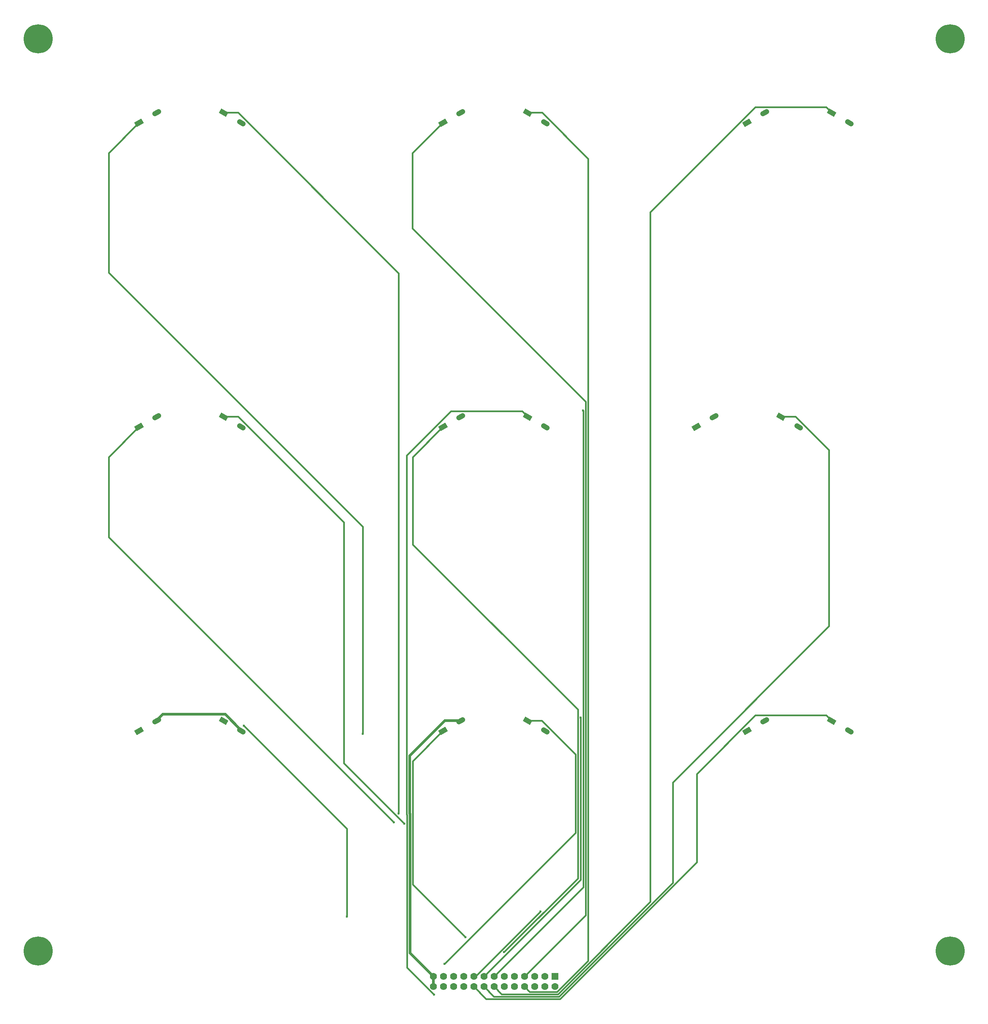
<source format=gbr>
G04 #@! TF.FileFunction,Copper,L2,Bot,Signal*
%FSLAX46Y46*%
G04 Gerber Fmt 4.6, Leading zero omitted, Abs format (unit mm)*
G04 Created by KiCad (PCBNEW 4.0.7-e2-6376~58~ubuntu16.04.1) date Mon Sep 23 14:36:03 2019*
%MOMM*%
%LPD*%
G01*
G04 APERTURE LIST*
%ADD10C,0.100000*%
%ADD11C,7.289800*%
%ADD12R,1.778000X1.778000*%
%ADD13C,1.778000*%
%ADD14C,1.270000*%
%ADD15C,0.600000*%
%ADD16C,0.381000*%
%ADD17C,0.635000*%
G04 APERTURE END LIST*
D10*
D11*
X38100000Y-38100000D03*
X266700000Y-38100000D03*
X266700000Y-266700000D03*
X38100000Y-266700000D03*
D12*
X167640000Y-273050000D03*
D13*
X167640000Y-275590000D03*
X165100000Y-273050000D03*
X165100000Y-275590000D03*
X162560000Y-273050000D03*
X162560000Y-275590000D03*
X160020000Y-273050000D03*
X160020000Y-275590000D03*
X157480000Y-273050000D03*
X157480000Y-275590000D03*
X154940000Y-273050000D03*
X154940000Y-275590000D03*
X152400000Y-273050000D03*
X152400000Y-275590000D03*
X149860000Y-273050000D03*
X149860000Y-275590000D03*
X147320000Y-273050000D03*
X147320000Y-275590000D03*
X144780000Y-273050000D03*
X144780000Y-275590000D03*
X142240000Y-273050000D03*
X142240000Y-275590000D03*
X139700000Y-273050000D03*
X139700000Y-275590000D03*
X137160000Y-273050000D03*
X137160000Y-275590000D03*
D10*
G36*
X235812913Y-208994867D02*
X236447913Y-207895015D01*
X238207677Y-208911015D01*
X237572677Y-210010867D01*
X235812913Y-208994867D01*
X235812913Y-208994867D01*
G37*
D14*
X240969764Y-211238941D02*
X241849646Y-211746941D01*
D10*
G36*
X215227913Y-212550867D02*
X214592913Y-211451015D01*
X216352677Y-210435015D01*
X216987677Y-211534867D01*
X215227913Y-212550867D01*
X215227913Y-212550867D01*
G37*
D14*
X219749764Y-209206941D02*
X220629646Y-208698941D01*
D10*
G36*
X223112913Y-132794867D02*
X223747913Y-131695015D01*
X225507677Y-132711015D01*
X224872677Y-133810867D01*
X223112913Y-132794867D01*
X223112913Y-132794867D01*
G37*
D14*
X228269764Y-135038941D02*
X229149646Y-135546941D01*
D10*
G36*
X202527913Y-136350867D02*
X201892913Y-135251015D01*
X203652677Y-134235015D01*
X204287677Y-135334867D01*
X202527913Y-136350867D01*
X202527913Y-136350867D01*
G37*
D14*
X207049764Y-133006941D02*
X207929646Y-132498941D01*
D10*
G36*
X235812913Y-56594867D02*
X236447913Y-55495015D01*
X238207677Y-56511015D01*
X237572677Y-57610867D01*
X235812913Y-56594867D01*
X235812913Y-56594867D01*
G37*
D14*
X240969764Y-58838941D02*
X241849646Y-59346941D01*
D10*
G36*
X215227913Y-60150867D02*
X214592913Y-59051015D01*
X216352677Y-58035015D01*
X216987677Y-59134867D01*
X215227913Y-60150867D01*
X215227913Y-60150867D01*
G37*
D14*
X219749764Y-56806941D02*
X220629646Y-56298941D01*
D10*
G36*
X159612913Y-208994867D02*
X160247913Y-207895015D01*
X162007677Y-208911015D01*
X161372677Y-210010867D01*
X159612913Y-208994867D01*
X159612913Y-208994867D01*
G37*
D14*
X164769764Y-211238941D02*
X165649646Y-211746941D01*
D10*
G36*
X139027913Y-212550867D02*
X138392913Y-211451015D01*
X140152677Y-210435015D01*
X140787677Y-211534867D01*
X139027913Y-212550867D01*
X139027913Y-212550867D01*
G37*
D14*
X143549764Y-209206941D02*
X144429646Y-208698941D01*
D10*
G36*
X159612913Y-132794867D02*
X160247913Y-131695015D01*
X162007677Y-132711015D01*
X161372677Y-133810867D01*
X159612913Y-132794867D01*
X159612913Y-132794867D01*
G37*
D14*
X164769764Y-135038941D02*
X165649646Y-135546941D01*
D10*
G36*
X62827913Y-60150867D02*
X62192913Y-59051015D01*
X63952677Y-58035015D01*
X64587677Y-59134867D01*
X62827913Y-60150867D01*
X62827913Y-60150867D01*
G37*
D14*
X67349764Y-56806941D02*
X68229646Y-56298941D01*
D10*
G36*
X83412913Y-56594867D02*
X84047913Y-55495015D01*
X85807677Y-56511015D01*
X85172677Y-57610867D01*
X83412913Y-56594867D01*
X83412913Y-56594867D01*
G37*
D14*
X88569764Y-58838941D02*
X89449646Y-59346941D01*
D10*
G36*
X62827913Y-136350867D02*
X62192913Y-135251015D01*
X63952677Y-134235015D01*
X64587677Y-135334867D01*
X62827913Y-136350867D01*
X62827913Y-136350867D01*
G37*
D14*
X67349764Y-133006941D02*
X68229646Y-132498941D01*
D10*
G36*
X83412913Y-132794867D02*
X84047913Y-131695015D01*
X85807677Y-132711015D01*
X85172677Y-133810867D01*
X83412913Y-132794867D01*
X83412913Y-132794867D01*
G37*
D14*
X88569764Y-135038941D02*
X89449646Y-135546941D01*
D10*
G36*
X62827913Y-212550867D02*
X62192913Y-211451015D01*
X63952677Y-210435015D01*
X64587677Y-211534867D01*
X62827913Y-212550867D01*
X62827913Y-212550867D01*
G37*
D14*
X67349764Y-209206941D02*
X68229646Y-208698941D01*
D10*
G36*
X83412913Y-208994867D02*
X84047913Y-207895015D01*
X85807677Y-208911015D01*
X85172677Y-210010867D01*
X83412913Y-208994867D01*
X83412913Y-208994867D01*
G37*
D14*
X88569764Y-211238941D02*
X89449646Y-211746941D01*
D10*
G36*
X139027913Y-60150867D02*
X138392913Y-59051015D01*
X140152677Y-58035015D01*
X140787677Y-59134867D01*
X139027913Y-60150867D01*
X139027913Y-60150867D01*
G37*
D14*
X143549764Y-56806941D02*
X144429646Y-56298941D01*
D10*
G36*
X159612913Y-56594867D02*
X160247913Y-55495015D01*
X162007677Y-56511015D01*
X161372677Y-57610867D01*
X159612913Y-56594867D01*
X159612913Y-56594867D01*
G37*
D14*
X164769764Y-58838941D02*
X165649646Y-59346941D01*
D10*
G36*
X139027913Y-136350867D02*
X138392913Y-135251015D01*
X140152677Y-134235015D01*
X140787677Y-135334867D01*
X139027913Y-136350867D01*
X139027913Y-136350867D01*
G37*
D14*
X143549764Y-133006941D02*
X144429646Y-132498941D01*
D15*
X119503900Y-212211500D03*
X128475700Y-232233400D03*
X127241700Y-234379700D03*
X129914700Y-234729700D03*
X89655600Y-210178300D03*
X115519500Y-258064300D03*
X145212800Y-263175300D03*
X139989600Y-269858900D03*
X154909600Y-266950800D03*
X137318200Y-277569400D03*
X174687100Y-131202700D03*
X174097400Y-208204800D03*
X164036600Y-256744200D03*
D16*
X119503900Y-160358500D02*
X119503900Y-212211500D01*
X55803600Y-96658200D02*
X119503900Y-160358500D01*
X55803600Y-66679600D02*
X55803600Y-96658200D01*
X63390300Y-59092900D02*
X55803600Y-66679600D01*
D17*
X137160000Y-275590000D02*
X137160000Y-273050000D01*
X69377500Y-207365100D02*
X67789700Y-208952900D01*
X85009300Y-207365100D02*
X69377500Y-207365100D01*
X89009700Y-211365500D02*
X85009300Y-207365100D01*
X89009700Y-211492900D02*
X89009700Y-211365500D01*
X131320400Y-267210400D02*
X137160000Y-273050000D01*
X131320400Y-232271400D02*
X131320400Y-267210400D01*
X131285700Y-232236700D02*
X131320400Y-232271400D01*
X131285700Y-217755500D02*
X131285700Y-232236700D01*
X140088300Y-208952900D02*
X131285700Y-217755500D01*
X143989700Y-208952900D02*
X140088300Y-208952900D01*
D16*
X128475700Y-96813500D02*
X128475700Y-232233400D01*
X88215100Y-56552900D02*
X128475700Y-96813500D01*
X84610300Y-56552900D02*
X88215100Y-56552900D01*
X55796300Y-162934300D02*
X127241700Y-234379700D01*
X55796300Y-142886900D02*
X55796300Y-162934300D01*
X63390300Y-135292900D02*
X55796300Y-142886900D01*
X114756300Y-219571300D02*
X129914700Y-234729700D01*
X114756300Y-159266800D02*
X114756300Y-219571300D01*
X88242400Y-132752900D02*
X114756300Y-159266800D01*
X84610300Y-132752900D02*
X88242400Y-132752900D01*
X115519500Y-236042200D02*
X115519500Y-258064300D01*
X89655600Y-210178300D02*
X115519500Y-236042200D01*
X175381300Y-257688700D02*
X160020000Y-273050000D01*
X175381300Y-129036500D02*
X175381300Y-257688700D01*
X131952600Y-85607800D02*
X175381300Y-129036500D01*
X131952600Y-66730600D02*
X131952600Y-85607800D01*
X139590300Y-59092900D02*
X131952600Y-66730600D01*
X161324900Y-276894900D02*
X160020000Y-275590000D01*
X168187900Y-276894900D02*
X161324900Y-276894900D01*
X175973800Y-269109000D02*
X168187900Y-276894900D01*
X175973800Y-68111500D02*
X175973800Y-269109000D01*
X164415200Y-56552900D02*
X175973800Y-68111500D01*
X160810300Y-56552900D02*
X164415200Y-56552900D01*
X131997300Y-219085900D02*
X139590300Y-211492900D01*
X131997300Y-231740900D02*
X131997300Y-219085900D01*
X132031900Y-231775500D02*
X131997300Y-231740900D01*
X132031900Y-249994400D02*
X132031900Y-231775500D01*
X145212800Y-263175300D02*
X132031900Y-249994400D01*
X172813500Y-237035000D02*
X139989600Y-269858900D01*
X172813500Y-217386700D02*
X172813500Y-237035000D01*
X164379700Y-208952900D02*
X172813500Y-217386700D01*
X160810300Y-208952900D02*
X164379700Y-208952900D01*
X173398100Y-248462300D02*
X154909600Y-266950800D01*
X173398100Y-206179000D02*
X173398100Y-248462300D01*
X132000900Y-164781800D02*
X173398100Y-206179000D01*
X132000900Y-142882300D02*
X132000900Y-164781800D01*
X139590300Y-135292900D02*
X132000900Y-142882300D01*
X130608700Y-270859900D02*
X137318200Y-277569400D01*
X130608700Y-232566000D02*
X130608700Y-270859900D01*
X130535600Y-232492900D02*
X130608700Y-232566000D01*
X130535600Y-142455000D02*
X130535600Y-232492900D01*
X141612100Y-131378500D02*
X130535600Y-142455000D01*
X159435900Y-131378500D02*
X141612100Y-131378500D01*
X160810300Y-132752900D02*
X159435900Y-131378500D01*
X174796700Y-250653300D02*
X152400000Y-273050000D01*
X174796700Y-131312300D02*
X174796700Y-250653300D01*
X174687100Y-131202700D02*
X174796700Y-131312300D01*
X154289500Y-277479500D02*
X152400000Y-275590000D01*
X168430000Y-277479500D02*
X154289500Y-277479500D01*
X191559500Y-254350000D02*
X168430000Y-277479500D01*
X191559500Y-81478000D02*
X191559500Y-254350000D01*
X217834300Y-55203200D02*
X191559500Y-81478000D01*
X235660600Y-55203200D02*
X217834300Y-55203200D01*
X237010300Y-56552900D02*
X235660600Y-55203200D01*
X174097400Y-248812600D02*
X149860000Y-273050000D01*
X174097400Y-208204800D02*
X174097400Y-248812600D01*
X152340800Y-278070800D02*
X149860000Y-275590000D01*
X168665400Y-278070800D02*
X152340800Y-278070800D01*
X197186300Y-249549900D02*
X168665400Y-278070800D01*
X197186300Y-224405100D02*
X197186300Y-249549900D01*
X236324400Y-185267000D02*
X197186300Y-224405100D01*
X236324400Y-141144800D02*
X236324400Y-185267000D01*
X227932500Y-132752900D02*
X236324400Y-141144800D01*
X224310300Y-132752900D02*
X227932500Y-132752900D01*
X147730800Y-273050000D02*
X147320000Y-273050000D01*
X164036600Y-256744200D02*
X147730800Y-273050000D01*
X150394200Y-278664200D02*
X147320000Y-275590000D01*
X168962500Y-278664200D02*
X150394200Y-278664200D01*
X203202200Y-244424500D02*
X168962500Y-278664200D01*
X203202200Y-222284400D02*
X203202200Y-244424500D01*
X217893800Y-207592800D02*
X203202200Y-222284400D01*
X235650200Y-207592800D02*
X217893800Y-207592800D01*
X237010300Y-208952900D02*
X235650200Y-207592800D01*
M02*

</source>
